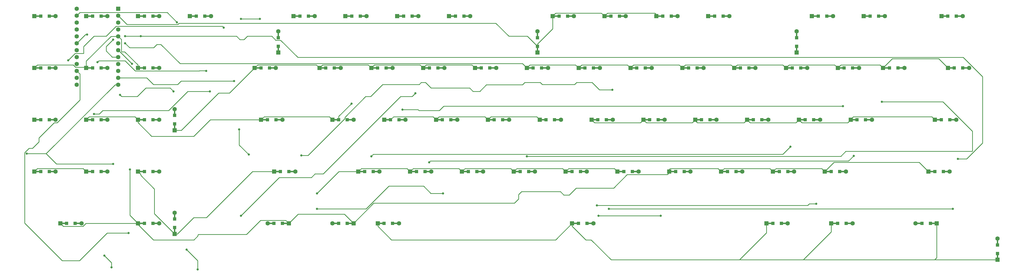
<source format=gtl>
G04 #@! TF.GenerationSoftware,KiCad,Pcbnew,5.99.0-unknown-4f191ce2c7~125~ubuntu18.04.1*
G04 #@! TF.CreationDate,2021-04-25T15:12:40-05:00*
G04 #@! TF.ProjectId,southpawpcb,736f7574-6870-4617-9770-63622e6b6963,rev?*
G04 #@! TF.SameCoordinates,Original*
G04 #@! TF.FileFunction,Copper,L1,Top*
G04 #@! TF.FilePolarity,Positive*
%FSLAX46Y46*%
G04 Gerber Fmt 4.6, Leading zero omitted, Abs format (unit mm)*
G04 Created by KiCad (PCBNEW 5.99.0-unknown-4f191ce2c7~125~ubuntu18.04.1) date 2021-04-25 15:12:40*
%MOMM*%
%LPD*%
G01*
G04 APERTURE LIST*
G04 #@! TA.AperFunction,ComponentPad*
%ADD10R,1.600000X1.600000*%
G04 #@! TD*
G04 #@! TA.AperFunction,SMDPad,CuDef*
%ADD11R,2.500000X0.500000*%
G04 #@! TD*
G04 #@! TA.AperFunction,SMDPad,CuDef*
%ADD12R,1.200000X1.200000*%
G04 #@! TD*
G04 #@! TA.AperFunction,ComponentPad*
%ADD13C,1.600000*%
G04 #@! TD*
G04 #@! TA.AperFunction,SMDPad,CuDef*
%ADD14R,0.500000X2.500000*%
G04 #@! TD*
G04 #@! TA.AperFunction,ViaPad*
%ADD15C,0.800000*%
G04 #@! TD*
G04 #@! TA.AperFunction,Conductor*
%ADD16C,0.250000*%
G04 #@! TD*
G04 APERTURE END LIST*
D10*
G04 #@! TO.P,D27,1*
G04 #@! TO.N,Net-(D19-Pad1)*
X181881000Y1675000D03*
D11*
X183081000Y1675000D03*
D12*
X184206000Y1675000D03*
D13*
G04 #@! TO.P,D27,2*
G04 #@! TO.N,Net-(D27-Pad2)*
X189681000Y1675000D03*
D11*
X188481000Y1675000D03*
D12*
X187356000Y1675000D03*
G04 #@! TD*
D11*
G04 #@! TO.P,D1,1*
G04 #@! TO.N,Net-(D1-Pad1)*
X21156200Y20725000D03*
D10*
X19956200Y20725000D03*
D12*
X22281200Y20725000D03*
G04 #@! TO.P,D1,2*
G04 #@! TO.N,Net-(D1-Pad2)*
X25431200Y20725000D03*
D11*
X26556200Y20725000D03*
D13*
X27756200Y20725000D03*
G04 #@! TD*
D11*
G04 #@! TO.P,D41,1*
G04 #@! TO.N,Net-(D37-Pad1)*
X130693000Y-17375000D03*
D10*
X129493000Y-17375000D03*
D12*
X131818000Y-17375000D03*
D11*
G04 #@! TO.P,D41,2*
G04 #@! TO.N,Net-(D41-Pad2)*
X136093000Y-17375000D03*
D13*
X137293000Y-17375000D03*
D12*
X134968000Y-17375000D03*
G04 #@! TD*
G04 #@! TO.P,D59,1*
G04 #@! TO.N,Net-(D55-Pad1)*
X160394000Y-36425000D03*
D11*
X159269000Y-36425000D03*
D10*
X158069000Y-36425000D03*
D12*
G04 #@! TO.P,D59,2*
G04 #@! TO.N,Net-(D59-Pad2)*
X163544000Y-36425000D03*
D13*
X165869000Y-36425000D03*
D11*
X164669000Y-36425000D03*
G04 #@! TD*
D12*
G04 #@! TO.P,D24,1*
G04 #@! TO.N,Net-(D19-Pad1)*
X127056000Y1675000D03*
D10*
X124731000Y1675000D03*
D11*
X125931000Y1675000D03*
G04 #@! TO.P,D24,2*
G04 #@! TO.N,Net-(D24-Pad2)*
X131331000Y1675000D03*
D13*
X132531000Y1675000D03*
D12*
X130206000Y1675000D03*
G04 #@! TD*
G04 #@! TO.P,D35,1*
G04 #@! TO.N,Net-(D28-Pad1)*
X334225000Y1675000D03*
D10*
X331900000Y1675000D03*
D11*
X333100000Y1675000D03*
D13*
G04 #@! TO.P,D35,2*
G04 #@! TO.N,Net-(D35-Pad2)*
X339700000Y1675000D03*
D12*
X337375000Y1675000D03*
D11*
X338500000Y1675000D03*
G04 #@! TD*
D10*
G04 #@! TO.P,D30,1*
G04 #@! TO.N,Net-(D28-Pad1)*
X239031000Y1675000D03*
D11*
X240231000Y1675000D03*
D12*
X241356000Y1675000D03*
D13*
G04 #@! TO.P,D30,2*
G04 #@! TO.N,Net-(D30-Pad2)*
X246831000Y1675000D03*
D12*
X244506000Y1675000D03*
D11*
X245631000Y1675000D03*
G04 #@! TD*
G04 #@! TO.P,D33,1*
G04 #@! TO.N,Net-(D28-Pad1)*
X297381000Y1675000D03*
D10*
X296181000Y1675000D03*
D12*
X298506000Y1675000D03*
D13*
G04 #@! TO.P,D33,2*
G04 #@! TO.N,Net-(D33-Pad2)*
X303981000Y1675000D03*
D12*
X301656000Y1675000D03*
D11*
X302781000Y1675000D03*
G04 #@! TD*
G04 #@! TO.P,D73,1*
G04 #@! TO.N,Net-(D73-Pad1)*
X147362000Y-55475000D03*
D12*
X148487000Y-55475000D03*
D10*
X146162000Y-55475000D03*
D12*
G04 #@! TO.P,D73,2*
G04 #@! TO.N,Net-(D73-Pad2)*
X151637000Y-55475000D03*
D11*
X152762000Y-55475000D03*
D13*
X153962000Y-55475000D03*
G04 #@! TD*
D10*
G04 #@! TO.P,D43,1*
G04 #@! TO.N,Net-(D37-Pad1)*
X167593000Y-17375000D03*
D11*
X168793000Y-17375000D03*
D12*
X169918000Y-17375000D03*
D11*
G04 #@! TO.P,D43,2*
G04 #@! TO.N,Net-(D43-Pad2)*
X174193000Y-17375000D03*
D13*
X175393000Y-17375000D03*
D12*
X173068000Y-17375000D03*
G04 #@! TD*
D10*
G04 #@! TO.P,D5,1*
G04 #@! TO.N,Net-(D1-Pad1)*
X109581000Y7300000D03*
D14*
X109581000Y8500000D03*
D12*
X109581000Y9625000D03*
D13*
G04 #@! TO.P,D5,2*
G04 #@! TO.N,Net-(D5-Pad2)*
X109581000Y15100000D03*
D12*
X109581000Y12775000D03*
D14*
X109581000Y13900000D03*
G04 #@! TD*
D12*
G04 #@! TO.P,D55,1*
G04 #@! TO.N,Net-(D55-Pad1)*
X60381200Y-36425000D03*
D10*
X58056200Y-36425000D03*
D11*
X59256200Y-36425000D03*
D13*
G04 #@! TO.P,D55,2*
G04 #@! TO.N,Net-(D55-Pad2)*
X65856200Y-36425000D03*
D11*
X64656200Y-36425000D03*
D12*
X63531200Y-36425000D03*
G04 #@! TD*
D10*
G04 #@! TO.P,D29,1*
G04 #@! TO.N,Net-(D28-Pad1)*
X219981000Y1675000D03*
D12*
X222306000Y1675000D03*
D11*
X221181000Y1675000D03*
D13*
G04 #@! TO.P,D29,2*
G04 #@! TO.N,Net-(D29-Pad2)*
X227781000Y1675000D03*
D11*
X226581000Y1675000D03*
D12*
X225456000Y1675000D03*
G04 #@! TD*
D10*
G04 #@! TO.P,D63,1*
G04 #@! TO.N,Net-(D55-Pad1)*
X234269000Y-36425000D03*
D12*
X236594000Y-36425000D03*
D11*
X235469000Y-36425000D03*
G04 #@! TO.P,D63,2*
G04 #@! TO.N,Net-(D63-Pad2)*
X240869000Y-36425000D03*
D13*
X242069000Y-36425000D03*
D12*
X239744000Y-36425000D03*
G04 #@! TD*
D10*
G04 #@! TO.P,D11,1*
G04 #@! TO.N,Net-(D10-Pad1)*
X210456000Y20725000D03*
D11*
X211656000Y20725000D03*
D12*
X212781000Y20725000D03*
D13*
G04 #@! TO.P,D11,2*
G04 #@! TO.N,Net-(D11-Pad2)*
X218256000Y20725000D03*
D12*
X215931000Y20725000D03*
D11*
X217056000Y20725000D03*
G04 #@! TD*
D10*
G04 #@! TO.P,D51,1*
G04 #@! TO.N,Net-(D46-Pad1)*
X319993000Y-17375000D03*
D11*
X321193000Y-17375000D03*
D12*
X322318000Y-17375000D03*
D13*
G04 #@! TO.P,D51,2*
G04 #@! TO.N,Net-(D51-Pad2)*
X327793000Y-17375000D03*
D12*
X325468000Y-17375000D03*
D11*
X326593000Y-17375000D03*
G04 #@! TD*
G04 #@! TO.P,D46,1*
G04 #@! TO.N,Net-(D46-Pad1)*
X225943000Y-17375000D03*
D10*
X224743000Y-17375000D03*
D12*
X227068000Y-17375000D03*
G04 #@! TO.P,D46,2*
G04 #@! TO.N,Net-(D46-Pad2)*
X230218000Y-17375000D03*
D11*
X231343000Y-17375000D03*
D13*
X232543000Y-17375000D03*
G04 #@! TD*
D10*
G04 #@! TO.P,D44,1*
G04 #@! TO.N,Net-(D37-Pad1)*
X186643000Y-17375000D03*
D12*
X188968000Y-17375000D03*
D11*
X187843000Y-17375000D03*
G04 #@! TO.P,D44,2*
G04 #@! TO.N,Net-(D44-Pad2)*
X193243000Y-17375000D03*
D13*
X194443000Y-17375000D03*
D12*
X192118000Y-17375000D03*
G04 #@! TD*
G04 #@! TO.P,D6,1*
G04 #@! TO.N,Net-(D1-Pad1)*
X117531000Y20725000D03*
D11*
X116406000Y20725000D03*
D10*
X115206000Y20725000D03*
D11*
G04 #@! TO.P,D6,2*
G04 #@! TO.N,Net-(D6-Pad2)*
X121806000Y20725000D03*
D12*
X120681000Y20725000D03*
D13*
X123006000Y20725000D03*
G04 #@! TD*
D11*
G04 #@! TO.P,D66,1*
G04 #@! TO.N,Net-(D64-Pad1)*
X292619000Y-36425000D03*
D10*
X291419000Y-36425000D03*
D12*
X293744000Y-36425000D03*
D11*
G04 #@! TO.P,D66,2*
G04 #@! TO.N,Net-(D66-Pad2)*
X298019000Y-36425000D03*
D13*
X299219000Y-36425000D03*
D12*
X296894000Y-36425000D03*
G04 #@! TD*
D10*
G04 #@! TO.P,D13,1*
G04 #@! TO.N,Net-(D10-Pad1)*
X248556000Y20725000D03*
D12*
X250881000Y20725000D03*
D11*
X249756000Y20725000D03*
D12*
G04 #@! TO.P,D13,2*
G04 #@! TO.N,Net-(D13-Pad2)*
X254031000Y20725000D03*
D13*
X256356000Y20725000D03*
D11*
X255156000Y20725000D03*
G04 #@! TD*
G04 #@! TO.P,D28,1*
G04 #@! TO.N,Net-(D28-Pad1)*
X202131000Y1675000D03*
D10*
X200931000Y1675000D03*
D12*
X203256000Y1675000D03*
D11*
G04 #@! TO.P,D28,2*
G04 #@! TO.N,Net-(D28-Pad2)*
X207531000Y1675000D03*
D13*
X208731000Y1675000D03*
D12*
X206406000Y1675000D03*
G04 #@! TD*
G04 #@! TO.P,D8,1*
G04 #@! TO.N,Net-(D1-Pad1)*
X155631000Y20725000D03*
D10*
X153306000Y20725000D03*
D11*
X154506000Y20725000D03*
G04 #@! TO.P,D8,2*
G04 #@! TO.N,Net-(D8-Pad2)*
X159906000Y20725000D03*
D12*
X158781000Y20725000D03*
D13*
X161106000Y20725000D03*
G04 #@! TD*
D12*
G04 #@! TO.P,D75,1*
G04 #@! TO.N,Net-(D73-Pad1)*
X291362000Y-55475000D03*
D11*
X290237000Y-55475000D03*
D10*
X289037000Y-55475000D03*
D13*
G04 #@! TO.P,D75,2*
G04 #@! TO.N,Net-(D75-Pad2)*
X296837000Y-55475000D03*
D11*
X295637000Y-55475000D03*
D12*
X294512000Y-55475000D03*
G04 #@! TD*
D10*
G04 #@! TO.P,D70,1*
G04 #@! TO.N,Net-(D64-Pad1)*
X58056200Y-55475000D03*
D12*
X60381200Y-55475000D03*
D11*
X59256200Y-55475000D03*
D12*
G04 #@! TO.P,D70,2*
G04 #@! TO.N,Net-(D70-Pad2)*
X63531200Y-55475000D03*
D13*
X65856200Y-55475000D03*
D11*
X64656200Y-55475000D03*
G04 #@! TD*
D10*
G04 #@! TO.P,D49,1*
G04 #@! TO.N,Net-(D46-Pad1)*
X281893000Y-17375000D03*
D12*
X284218000Y-17375000D03*
D11*
X283093000Y-17375000D03*
G04 #@! TO.P,D49,2*
G04 #@! TO.N,Net-(D49-Pad2)*
X288493000Y-17375000D03*
D13*
X289693000Y-17375000D03*
D12*
X287368000Y-17375000D03*
G04 #@! TD*
G04 #@! TO.P,D76,1*
G04 #@! TO.N,Net-(D73-Pad1)*
X315175000Y-55475000D03*
D11*
X314050000Y-55475000D03*
D10*
X312850000Y-55475000D03*
D11*
G04 #@! TO.P,D76,2*
G04 #@! TO.N,Net-(D76-Pad2)*
X319450000Y-55475000D03*
D12*
X318325000Y-55475000D03*
D13*
X320650000Y-55475000D03*
G04 #@! TD*
D11*
G04 #@! TO.P,D74,1*
G04 #@! TO.N,Net-(D73-Pad1)*
X218800000Y-55475000D03*
D12*
X219925000Y-55475000D03*
D10*
X217600000Y-55475000D03*
D11*
G04 #@! TO.P,D74,2*
G04 #@! TO.N,Net-(D74-Pad2)*
X224200000Y-55475000D03*
D13*
X225400000Y-55475000D03*
D12*
X223075000Y-55475000D03*
G04 #@! TD*
D11*
G04 #@! TO.P,D64,1*
G04 #@! TO.N,Net-(D64-Pad1)*
X254519000Y-36425000D03*
D10*
X253319000Y-36425000D03*
D12*
X255644000Y-36425000D03*
D11*
G04 #@! TO.P,D64,2*
G04 #@! TO.N,Net-(D64-Pad2)*
X259919000Y-36425000D03*
D13*
X261119000Y-36425000D03*
D12*
X258794000Y-36425000D03*
G04 #@! TD*
D11*
G04 #@! TO.P,D9,1*
G04 #@! TO.N,Net-(D1-Pad1)*
X173556000Y20725000D03*
D10*
X172356000Y20725000D03*
D12*
X174681000Y20725000D03*
D11*
G04 #@! TO.P,D9,2*
G04 #@! TO.N,Net-(D9-Pad2)*
X178956000Y20725000D03*
D13*
X180156000Y20725000D03*
D12*
X177831000Y20725000D03*
G04 #@! TD*
D10*
G04 #@! TO.P,D31,1*
G04 #@! TO.N,Net-(D28-Pad1)*
X258081000Y1675000D03*
D11*
X259281000Y1675000D03*
D12*
X260406000Y1675000D03*
D11*
G04 #@! TO.P,D31,2*
G04 #@! TO.N,Net-(D31-Pad2)*
X264681000Y1675000D03*
D12*
X263556000Y1675000D03*
D13*
X265881000Y1675000D03*
G04 #@! TD*
D12*
G04 #@! TO.P,D32,1*
G04 #@! TO.N,Net-(D28-Pad1)*
X279456000Y1675000D03*
D11*
X278331000Y1675000D03*
D10*
X277131000Y1675000D03*
D12*
G04 #@! TO.P,D32,2*
G04 #@! TO.N,Net-(D32-Pad2)*
X282606000Y1675000D03*
D11*
X283731000Y1675000D03*
D13*
X284931000Y1675000D03*
G04 #@! TD*
D12*
G04 #@! TO.P,D17,1*
G04 #@! TO.N,Net-(D10-Pad1)*
X327081000Y20725000D03*
D10*
X324756000Y20725000D03*
D11*
X325956000Y20725000D03*
D12*
G04 #@! TO.P,D17,2*
G04 #@! TO.N,Net-(D17-Pad2)*
X330231000Y20725000D03*
D13*
X332556000Y20725000D03*
D11*
X331356000Y20725000D03*
G04 #@! TD*
D12*
G04 #@! TO.P,D23,1*
G04 #@! TO.N,Net-(D19-Pad1)*
X103244000Y1675000D03*
D11*
X102119000Y1675000D03*
D10*
X100919000Y1675000D03*
D13*
G04 #@! TO.P,D23,2*
G04 #@! TO.N,Net-(D23-Pad2)*
X108719000Y1675000D03*
D12*
X106394000Y1675000D03*
D11*
X107519000Y1675000D03*
G04 #@! TD*
D10*
G04 #@! TO.P,D56,1*
G04 #@! TO.N,Net-(D55-Pad1)*
X71481200Y-59375000D03*
D14*
X71481200Y-58175000D03*
D12*
X71481200Y-57050000D03*
D13*
G04 #@! TO.P,D56,2*
G04 #@! TO.N,Net-(D56-Pad2)*
X71481200Y-51575000D03*
D12*
X71481200Y-53900000D03*
D14*
X71481200Y-52775000D03*
G04 #@! TD*
D11*
G04 #@! TO.P,D40,1*
G04 #@! TO.N,Net-(D37-Pad1)*
X104500000Y-17375000D03*
D10*
X103300000Y-17375000D03*
D12*
X105625000Y-17375000D03*
G04 #@! TO.P,D40,2*
G04 #@! TO.N,Net-(D40-Pad2)*
X108775000Y-17375000D03*
D13*
X111100000Y-17375000D03*
D11*
X109900000Y-17375000D03*
G04 #@! TD*
D10*
G04 #@! TO.P,D69,1*
G04 #@! TO.N,Net-(D64-Pad1)*
X29481200Y-55475000D03*
D12*
X31806200Y-55475000D03*
D11*
X30681200Y-55475000D03*
D13*
G04 #@! TO.P,D69,2*
G04 #@! TO.N,Net-(D69-Pad2)*
X37281200Y-55475000D03*
D11*
X36081200Y-55475000D03*
D12*
X34956200Y-55475000D03*
G04 #@! TD*
G04 #@! TO.P,D20,1*
G04 #@! TO.N,Net-(D19-Pad1)*
X41331200Y1675000D03*
D11*
X40206200Y1675000D03*
D10*
X39006200Y1675000D03*
D12*
G04 #@! TO.P,D20,2*
G04 #@! TO.N,Net-(D20-Pad2)*
X44481200Y1675000D03*
D13*
X46806200Y1675000D03*
D11*
X45606200Y1675000D03*
G04 #@! TD*
D12*
G04 #@! TO.P,D34,1*
G04 #@! TO.N,Net-(D28-Pad1)*
X317556000Y1675000D03*
D10*
X315231000Y1675000D03*
D11*
X316431000Y1675000D03*
D13*
G04 #@! TO.P,D34,2*
G04 #@! TO.N,Net-(D34-Pad2)*
X323031000Y1675000D03*
D11*
X321831000Y1675000D03*
D12*
X320706000Y1675000D03*
G04 #@! TD*
G04 #@! TO.P,D58,1*
G04 #@! TO.N,Net-(D55-Pad1)*
X141344000Y-36425000D03*
D11*
X140219000Y-36425000D03*
D10*
X139019000Y-36425000D03*
D11*
G04 #@! TO.P,D58,2*
G04 #@! TO.N,Net-(D58-Pad2)*
X145619000Y-36425000D03*
D12*
X144494000Y-36425000D03*
D13*
X146819000Y-36425000D03*
G04 #@! TD*
D12*
G04 #@! TO.P,D12,1*
G04 #@! TO.N,Net-(D10-Pad1)*
X231831000Y20725000D03*
D10*
X229506000Y20725000D03*
D11*
X230706000Y20725000D03*
D13*
G04 #@! TO.P,D12,2*
G04 #@! TO.N,Net-(D12-Pad2)*
X237306000Y20725000D03*
D12*
X234981000Y20725000D03*
D11*
X236106000Y20725000D03*
G04 #@! TD*
G04 #@! TO.P,D38,1*
G04 #@! TO.N,Net-(D37-Pad1)*
X40206200Y-17375000D03*
D12*
X41331200Y-17375000D03*
D10*
X39006200Y-17375000D03*
D12*
G04 #@! TO.P,D38,2*
G04 #@! TO.N,Net-(D38-Pad2)*
X44481200Y-17375000D03*
D11*
X45606200Y-17375000D03*
D13*
X46806200Y-17375000D03*
G04 #@! TD*
D12*
G04 #@! TO.P,D18,1*
G04 #@! TO.N,Net-(D10-Pad1)*
X355656000Y20725000D03*
D10*
X353331000Y20725000D03*
D11*
X354531000Y20725000D03*
D13*
G04 #@! TO.P,D18,2*
G04 #@! TO.N,Net-(D18-Pad2)*
X361131000Y20725000D03*
D11*
X359931000Y20725000D03*
D12*
X358806000Y20725000D03*
G04 #@! TD*
D10*
G04 #@! TO.P,D68,1*
G04 #@! TO.N,Net-(D64-Pad1)*
X348569000Y-36425000D03*
D12*
X350894000Y-36425000D03*
D11*
X349769000Y-36425000D03*
D13*
G04 #@! TO.P,D68,2*
G04 #@! TO.N,Net-(D68-Pad2)*
X356369000Y-36425000D03*
D12*
X354044000Y-36425000D03*
D11*
X355169000Y-36425000D03*
G04 #@! TD*
D12*
G04 #@! TO.P,D14,1*
G04 #@! TO.N,Net-(D10-Pad1)*
X269931000Y20725000D03*
D11*
X268806000Y20725000D03*
D10*
X267606000Y20725000D03*
D12*
G04 #@! TO.P,D14,2*
G04 #@! TO.N,Net-(D14-Pad2)*
X273081000Y20725000D03*
D13*
X275406000Y20725000D03*
D11*
X274206000Y20725000D03*
G04 #@! TD*
D10*
G04 #@! TO.P,D65,1*
G04 #@! TO.N,Net-(D64-Pad1)*
X272369000Y-36425000D03*
D11*
X273569000Y-36425000D03*
D12*
X274694000Y-36425000D03*
D13*
G04 #@! TO.P,D65,2*
G04 #@! TO.N,Net-(D65-Pad2)*
X280169000Y-36425000D03*
D12*
X277844000Y-36425000D03*
D11*
X278969000Y-36425000D03*
G04 #@! TD*
D12*
G04 #@! TO.P,D37,1*
G04 #@! TO.N,Net-(D37-Pad1)*
X22281200Y-17375000D03*
D10*
X19956200Y-17375000D03*
D11*
X21156200Y-17375000D03*
D13*
G04 #@! TO.P,D37,2*
G04 #@! TO.N,Net-(D37-Pad2)*
X27756200Y-17375000D03*
D12*
X25431200Y-17375000D03*
D11*
X26556200Y-17375000D03*
G04 #@! TD*
D12*
G04 #@! TO.P,D52,1*
G04 #@! TO.N,Net-(D46-Pad1)*
X353275000Y-17375000D03*
D10*
X350950000Y-17375000D03*
D11*
X352150000Y-17375000D03*
D13*
G04 #@! TO.P,D52,2*
G04 #@! TO.N,Net-(D52-Pad2)*
X358750000Y-17375000D03*
D11*
X357550000Y-17375000D03*
D12*
X356425000Y-17375000D03*
G04 #@! TD*
G04 #@! TO.P,D61,1*
G04 #@! TO.N,Net-(D55-Pad1)*
X198494000Y-36425000D03*
D10*
X196169000Y-36425000D03*
D11*
X197369000Y-36425000D03*
D12*
G04 #@! TO.P,D61,2*
G04 #@! TO.N,Net-(D61-Pad2)*
X201644000Y-36425000D03*
D13*
X203969000Y-36425000D03*
D11*
X202769000Y-36425000D03*
G04 #@! TD*
G04 #@! TO.P,D62,1*
G04 #@! TO.N,Net-(D55-Pad1)*
X216419000Y-36425000D03*
D12*
X217544000Y-36425000D03*
D10*
X215219000Y-36425000D03*
D11*
G04 #@! TO.P,D62,2*
G04 #@! TO.N,Net-(D62-Pad2)*
X221819000Y-36425000D03*
D12*
X220694000Y-36425000D03*
D13*
X223019000Y-36425000D03*
G04 #@! TD*
D11*
G04 #@! TO.P,D36,1*
G04 #@! TO.N,Net-(D28-Pad1)*
X356912000Y1675000D03*
D10*
X355712000Y1675000D03*
D12*
X358037000Y1675000D03*
D11*
G04 #@! TO.P,D36,2*
G04 #@! TO.N,Net-(D36-Pad2)*
X362312000Y1675000D03*
D12*
X361187000Y1675000D03*
D13*
X363512000Y1675000D03*
G04 #@! TD*
D12*
G04 #@! TO.P,D67,1*
G04 #@! TO.N,Net-(D64-Pad1)*
X312794000Y-36425000D03*
D10*
X310469000Y-36425000D03*
D11*
X311669000Y-36425000D03*
G04 #@! TO.P,D67,2*
G04 #@! TO.N,Net-(D67-Pad2)*
X317069000Y-36425000D03*
D12*
X315944000Y-36425000D03*
D13*
X318269000Y-36425000D03*
G04 #@! TD*
D14*
G04 #@! TO.P,D15,1*
G04 #@! TO.N,Net-(D10-Pad1)*
X300081000Y8500000D03*
D10*
X300081000Y7300000D03*
D12*
X300081000Y9625000D03*
G04 #@! TO.P,D15,2*
G04 #@! TO.N,Net-(D15-Pad2)*
X300081000Y12775000D03*
D14*
X300081000Y13900000D03*
D13*
X300081000Y15100000D03*
G04 #@! TD*
D10*
G04 #@! TO.P,D47,1*
G04 #@! TO.N,Net-(D46-Pad1)*
X243793000Y-17375000D03*
D12*
X246118000Y-17375000D03*
D11*
X244993000Y-17375000D03*
D12*
G04 #@! TO.P,D47,2*
G04 #@! TO.N,Net-(D47-Pad2)*
X249268000Y-17375000D03*
D11*
X250393000Y-17375000D03*
D13*
X251593000Y-17375000D03*
G04 #@! TD*
D10*
G04 #@! TO.P,D57,1*
G04 #@! TO.N,Net-(D55-Pad1)*
X108062000Y-36425000D03*
D12*
X110387000Y-36425000D03*
D11*
X109262000Y-36425000D03*
D13*
G04 #@! TO.P,D57,2*
G04 #@! TO.N,Net-(D57-Pad2)*
X115862000Y-36425000D03*
D11*
X114662000Y-36425000D03*
D12*
X113537000Y-36425000D03*
G04 #@! TD*
D11*
G04 #@! TO.P,D19,1*
G04 #@! TO.N,Net-(D19-Pad1)*
X21156200Y1675000D03*
D10*
X19956200Y1675000D03*
D12*
X22281200Y1675000D03*
G04 #@! TO.P,D19,2*
G04 #@! TO.N,Net-(D19-Pad2)*
X25431200Y1675000D03*
D13*
X27756200Y1675000D03*
D11*
X26556200Y1675000D03*
G04 #@! TD*
D10*
G04 #@! TO.P,D54,1*
G04 #@! TO.N,Net-(D46-Pad1)*
X39006200Y-36425000D03*
D12*
X41331200Y-36425000D03*
D11*
X40206200Y-36425000D03*
D13*
G04 #@! TO.P,D54,2*
G04 #@! TO.N,Net-(D54-Pad2)*
X46806200Y-36425000D03*
D11*
X45606200Y-36425000D03*
D12*
X44481200Y-36425000D03*
G04 #@! TD*
D14*
G04 #@! TO.P,D10,1*
G04 #@! TO.N,Net-(D10-Pad1)*
X204831000Y8500000D03*
D10*
X204831000Y7300000D03*
D12*
X204831000Y9625000D03*
G04 #@! TO.P,D10,2*
G04 #@! TO.N,Net-(D10-Pad2)*
X204831000Y12775000D03*
D14*
X204831000Y13900000D03*
D13*
X204831000Y15100000D03*
G04 #@! TD*
D10*
G04 #@! TO.P,D22,1*
G04 #@! TO.N,Net-(D19-Pad1)*
X71481200Y-21275000D03*
D14*
X71481200Y-20075000D03*
D12*
X71481200Y-18950000D03*
D14*
G04 #@! TO.P,D22,2*
G04 #@! TO.N,Net-(D22-Pad2)*
X71481200Y-14675000D03*
D13*
X71481200Y-13475000D03*
D12*
X71481200Y-15800000D03*
G04 #@! TD*
D11*
G04 #@! TO.P,D16,1*
G04 #@! TO.N,Net-(D10-Pad1)*
X306906000Y20725000D03*
D12*
X308031000Y20725000D03*
D10*
X305706000Y20725000D03*
D12*
G04 #@! TO.P,D16,2*
G04 #@! TO.N,Net-(D16-Pad2)*
X311181000Y20725000D03*
D13*
X313506000Y20725000D03*
D11*
X312306000Y20725000D03*
G04 #@! TD*
D12*
G04 #@! TO.P,D45,1*
G04 #@! TO.N,Net-(D37-Pad1)*
X208018000Y-17375000D03*
D10*
X205693000Y-17375000D03*
D11*
X206893000Y-17375000D03*
D12*
G04 #@! TO.P,D45,2*
G04 #@! TO.N,Net-(D45-Pad2)*
X211168000Y-17375000D03*
D13*
X213493000Y-17375000D03*
D11*
X212293000Y-17375000D03*
G04 #@! TD*
D10*
G04 #@! TO.P,D77,1*
G04 #@! TO.N,Net-(D73-Pad1)*
X351606000Y-55475000D03*
D12*
X349281000Y-55475000D03*
D11*
X350406000Y-55475000D03*
D13*
G04 #@! TO.P,D77,2*
G04 #@! TO.N,Net-(D77-Pad2)*
X343806000Y-55475000D03*
D12*
X346131000Y-55475000D03*
D11*
X345006000Y-55475000D03*
G04 #@! TD*
D14*
G04 #@! TO.P,D78,1*
G04 #@! TO.N,Net-(D73-Pad1)*
X373900000Y-67700000D03*
D10*
X373900000Y-68900000D03*
D12*
X373900000Y-66575000D03*
G04 #@! TO.P,D78,2*
G04 #@! TO.N,Net-(D78-Pad2)*
X373900000Y-63425000D03*
D13*
X373900000Y-61100000D03*
D14*
X373900000Y-62300000D03*
G04 #@! TD*
D10*
G04 #@! TO.P,D71,1*
G04 #@! TO.N,Net-(D64-Pad1)*
X113481000Y-55475000D03*
D11*
X112281000Y-55475000D03*
D12*
X111156000Y-55475000D03*
G04 #@! TO.P,D71,2*
G04 #@! TO.N,Net-(D71-Pad2)*
X108006000Y-55475000D03*
D13*
X105681000Y-55475000D03*
D11*
X106881000Y-55475000D03*
G04 #@! TD*
D12*
G04 #@! TO.P,D25,1*
G04 #@! TO.N,Net-(D19-Pad1)*
X146106000Y1675000D03*
D11*
X144981000Y1675000D03*
D10*
X143781000Y1675000D03*
D12*
G04 #@! TO.P,D25,2*
G04 #@! TO.N,Net-(D25-Pad2)*
X149256000Y1675000D03*
D13*
X151581000Y1675000D03*
D11*
X150381000Y1675000D03*
G04 #@! TD*
D10*
G04 #@! TO.P,D3,1*
G04 #@! TO.N,Net-(D1-Pad1)*
X58056200Y20725000D03*
D11*
X59256200Y20725000D03*
D12*
X60381200Y20725000D03*
D13*
G04 #@! TO.P,D3,2*
G04 #@! TO.N,Net-(D3-Pad2)*
X65856200Y20725000D03*
D12*
X63531200Y20725000D03*
D11*
X64656200Y20725000D03*
G04 #@! TD*
G04 #@! TO.P,D4,1*
G04 #@! TO.N,Net-(D1-Pad1)*
X78306200Y20725000D03*
D12*
X79431200Y20725000D03*
D10*
X77106200Y20725000D03*
D13*
G04 #@! TO.P,D4,2*
G04 #@! TO.N,Net-(D4-Pad2)*
X84906200Y20725000D03*
D12*
X82581200Y20725000D03*
D11*
X83706200Y20725000D03*
G04 #@! TD*
D10*
G04 #@! TO.P,D42,1*
G04 #@! TO.N,Net-(D37-Pad1)*
X148543000Y-17375000D03*
D12*
X150868000Y-17375000D03*
D11*
X149743000Y-17375000D03*
G04 #@! TO.P,D42,2*
G04 #@! TO.N,Net-(D42-Pad2)*
X155143000Y-17375000D03*
D13*
X156343000Y-17375000D03*
D12*
X154018000Y-17375000D03*
G04 #@! TD*
D11*
G04 #@! TO.P,D60,1*
G04 #@! TO.N,Net-(D55-Pad1)*
X178319000Y-36425000D03*
D10*
X177119000Y-36425000D03*
D12*
X179444000Y-36425000D03*
D11*
G04 #@! TO.P,D60,2*
G04 #@! TO.N,Net-(D60-Pad2)*
X183719000Y-36425000D03*
D12*
X182594000Y-36425000D03*
D13*
X184919000Y-36425000D03*
G04 #@! TD*
D11*
G04 #@! TO.P,D26,1*
G04 #@! TO.N,Net-(D19-Pad1)*
X164031000Y1675000D03*
D12*
X165156000Y1675000D03*
D10*
X162831000Y1675000D03*
D11*
G04 #@! TO.P,D26,2*
G04 #@! TO.N,Net-(D26-Pad2)*
X169431000Y1675000D03*
D12*
X168306000Y1675000D03*
D13*
X170631000Y1675000D03*
G04 #@! TD*
D10*
G04 #@! TO.P,D53,1*
G04 #@! TO.N,Net-(D46-Pad1)*
X19956200Y-36425000D03*
D11*
X21156200Y-36425000D03*
D12*
X22281200Y-36425000D03*
G04 #@! TO.P,D53,2*
G04 #@! TO.N,Net-(D53-Pad2)*
X25431200Y-36425000D03*
D13*
X27756200Y-36425000D03*
D11*
X26556200Y-36425000D03*
G04 #@! TD*
G04 #@! TO.P,D21,1*
G04 #@! TO.N,Net-(D19-Pad1)*
X59256200Y1675000D03*
D10*
X58056200Y1675000D03*
D12*
X60381200Y1675000D03*
D13*
G04 #@! TO.P,D21,2*
G04 #@! TO.N,Net-(D21-Pad2)*
X65856200Y1675000D03*
D12*
X63531200Y1675000D03*
D11*
X64656200Y1675000D03*
G04 #@! TD*
G04 #@! TO.P,D50,1*
G04 #@! TO.N,Net-(D46-Pad1)*
X302143000Y-17375000D03*
D12*
X303268000Y-17375000D03*
D10*
X300943000Y-17375000D03*
D12*
G04 #@! TO.P,D50,2*
G04 #@! TO.N,Net-(D50-Pad2)*
X306418000Y-17375000D03*
D13*
X308743000Y-17375000D03*
D11*
X307543000Y-17375000D03*
G04 #@! TD*
G04 #@! TO.P,D2,1*
G04 #@! TO.N,Net-(D1-Pad1)*
X40206200Y20725000D03*
D10*
X39006200Y20725000D03*
D12*
X41331200Y20725000D03*
G04 #@! TO.P,D2,2*
G04 #@! TO.N,Net-(D2-Pad2)*
X44481200Y20725000D03*
D11*
X45606200Y20725000D03*
D13*
X46806200Y20725000D03*
G04 #@! TD*
D11*
G04 #@! TO.P,D39,1*
G04 #@! TO.N,Net-(D37-Pad1)*
X59256200Y-17375000D03*
D12*
X60381200Y-17375000D03*
D10*
X58056200Y-17375000D03*
D12*
G04 #@! TO.P,D39,2*
G04 #@! TO.N,Net-(D39-Pad2)*
X63531200Y-17375000D03*
D13*
X65856200Y-17375000D03*
D11*
X64656200Y-17375000D03*
G04 #@! TD*
D10*
G04 #@! TO.P,D72,1*
G04 #@! TO.N,Net-(D64-Pad1)*
X137293000Y-55475000D03*
D11*
X136093000Y-55475000D03*
D12*
X134968000Y-55475000D03*
G04 #@! TO.P,D72,2*
G04 #@! TO.N,Net-(D72-Pad2)*
X131818000Y-55475000D03*
D13*
X129493000Y-55475000D03*
D11*
X130693000Y-55475000D03*
G04 #@! TD*
D12*
G04 #@! TO.P,D48,1*
G04 #@! TO.N,Net-(D46-Pad1)*
X265168000Y-17375000D03*
D10*
X262843000Y-17375000D03*
D11*
X264043000Y-17375000D03*
D13*
G04 #@! TO.P,D48,2*
G04 #@! TO.N,Net-(D48-Pad2)*
X270643000Y-17375000D03*
D11*
X269443000Y-17375000D03*
D12*
X268318000Y-17375000D03*
G04 #@! TD*
D10*
G04 #@! TO.P,D7,1*
G04 #@! TO.N,Net-(D1-Pad1)*
X134256000Y20725000D03*
D11*
X135456000Y20725000D03*
D12*
X136581000Y20725000D03*
D11*
G04 #@! TO.P,D7,2*
G04 #@! TO.N,Net-(D7-Pad2)*
X140856000Y20725000D03*
D13*
X142056000Y20725000D03*
D12*
X139731000Y20725000D03*
G04 #@! TD*
D10*
G04 #@! TO.P,U1,1*
G04 #@! TO.N,Net-(D1-Pad1)*
X50800000Y23457600D03*
D13*
G04 #@! TO.P,U1,2*
G04 #@! TO.N,Net-(D10-Pad1)*
X50800000Y20917600D03*
G04 #@! TO.P,U1,3*
G04 #@! TO.N,N/C*
X50800000Y18377600D03*
G04 #@! TO.P,U1,4*
X50800000Y15837600D03*
G04 #@! TO.P,U1,5*
G04 #@! TO.N,Net-(D19-Pad1)*
X50800000Y13297600D03*
G04 #@! TO.P,U1,6*
G04 #@! TO.N,Net-(D28-Pad1)*
X50800000Y10757600D03*
G04 #@! TO.P,U1,7*
G04 #@! TO.N,Net-(D37-Pad1)*
X50800000Y8217600D03*
G04 #@! TO.P,U1,8*
G04 #@! TO.N,Net-(D46-Pad1)*
X50800000Y5677600D03*
G04 #@! TO.P,U1,9*
G04 #@! TO.N,Net-(D55-Pad1)*
X50800000Y3137600D03*
G04 #@! TO.P,U1,10*
G04 #@! TO.N,Net-(D64-Pad1)*
X50800000Y597600D03*
G04 #@! TO.P,U1,11*
G04 #@! TO.N,Net-(D73-Pad1)*
X50800000Y-1942400D03*
G04 #@! TO.P,U1,12*
G04 #@! TO.N,Net-(K1-Pad1)*
X50800000Y-4482400D03*
G04 #@! TO.P,U1,13*
G04 #@! TO.N,Net-(K18-Pad1)*
X35560000Y-4482400D03*
G04 #@! TO.P,U1,14*
G04 #@! TO.N,Net-(K17-Pad1)*
X35560000Y-1942400D03*
G04 #@! TO.P,U1,15*
G04 #@! TO.N,Net-(K16-Pad1)*
X35560000Y597600D03*
G04 #@! TO.P,U1,16*
G04 #@! TO.N,Net-(K15-Pad1)*
X35560000Y3137600D03*
G04 #@! TO.P,U1,17*
G04 #@! TO.N,Net-(K14-Pad1)*
X35560000Y5677600D03*
G04 #@! TO.P,U1,18*
G04 #@! TO.N,Net-(K13-Pad1)*
X35560000Y8217600D03*
G04 #@! TO.P,U1,19*
G04 #@! TO.N,Net-(K12-Pad1)*
X35560000Y10757600D03*
G04 #@! TO.P,U1,20*
G04 #@! TO.N,Net-(K11-Pad1)*
X35560000Y13297600D03*
G04 #@! TO.P,U1,21*
G04 #@! TO.N,N/C*
X35560000Y15837600D03*
G04 #@! TO.P,U1,22*
G04 #@! TO.N,Net-(SW1-Pad2)*
X35560000Y18377600D03*
G04 #@! TO.P,U1,23*
G04 #@! TO.N,Net-(SW1-Pad1)*
X35560000Y20917600D03*
G04 #@! TO.P,U1,24*
G04 #@! TO.N,N/C*
X35560000Y23457600D03*
G04 #@! TD*
D15*
G04 #@! TO.N,Net-(K15-Pad1)*
X170180000Y-44450000D03*
X123825000Y-50165000D03*
G04 #@! TO.N,Net-(K16-Pad1)*
X32385000Y4445000D03*
X89535000Y16510000D03*
X95885000Y19685000D03*
X102870000Y19685000D03*
G04 #@! TO.N,Net-(D46-Pad1)*
X59055000Y13335000D03*
X71120000Y-6985000D03*
X51435000Y-8255000D03*
G04 #@! TO.N,Net-(D37-Pad1)*
X136525000Y-11430000D03*
G04 #@! TO.N,Net-(D64-Pad1)*
X55126040Y-35678960D03*
G04 #@! TO.N,Net-(D46-Pad1)*
X359410000Y-31750000D03*
X53340000Y13335000D03*
X48895000Y12065000D03*
G04 #@! TO.N,Net-(D37-Pad1)*
X55880000Y3175000D03*
G04 #@! TO.N,Net-(K13-Pad1)*
X83125111Y575111D03*
X43180000Y3810000D03*
G04 #@! TO.N,Net-(D28-Pad1)*
X53302600Y10757600D03*
G04 #@! TO.N,Net-(K14-Pad1)*
X41910000Y-15240000D03*
X84455000Y-6985000D03*
G04 #@! TO.N,Net-(D73-Pad1)*
X95250000Y-20955000D03*
X93345000Y-3175000D03*
X98742500Y-30162500D03*
G04 #@! TO.N,Net-(K1-Pad1)*
X48895000Y-33655000D03*
G04 #@! TO.N,Net-(K16-Pad1)*
X54610000Y-59055000D03*
G04 #@! TO.N,Net-(K1-Pad1)*
X17145000Y-29845000D03*
G04 #@! TO.N,Net-(SW1-Pad1)*
X72390000Y18415000D03*
G04 #@! TO.N,Net-(K12-Pad1)*
X232410000Y-6350000D03*
X118110000Y-30480000D03*
G04 #@! TO.N,Net-(K13-Pad1)*
X307284000Y-48316000D03*
X226695000Y-48895000D03*
G04 #@! TO.N,Net-(K14-Pad1)*
X297815000Y-27305000D03*
X143799500Y-30825500D03*
G04 #@! TO.N,Net-(K16-Pad1)*
X155229000Y-13681000D03*
X317142992Y-12422008D03*
G04 #@! TO.N,Net-(K17-Pad1)*
X331470000Y-10795000D03*
X200949500Y-30825500D03*
G04 #@! TO.N,Net-(K15-Pad1)*
X321111491Y-30678509D03*
X165072000Y-33048000D03*
G04 #@! TO.N,Net-(K1-Pad1)*
X250190000Y-52705000D03*
X227330000Y-52705000D03*
G04 #@! TO.N,Net-(D55-Pad1)*
X123825000Y-44450000D03*
G04 #@! TO.N,Net-(K18-Pad1)*
X45720000Y-67310000D03*
X48349511Y-71665489D03*
G04 #@! TO.N,Net-(K11-Pad1)*
X75923100Y-65128100D03*
X80010000Y-72390000D03*
G04 #@! TO.N,Net-(K18-Pad1)*
X231140000Y-50165000D03*
X357505000Y-50165000D03*
G04 #@! TO.N,Net-(K17-Pad1)*
X95885000Y-52705000D03*
X160020000Y-7620000D03*
G04 #@! TO.N,Net-(K12-Pad1)*
X39370000Y13970000D03*
G04 #@! TD*
D16*
G04 #@! TO.N,Net-(K15-Pad1)*
X123825000Y-50165000D02*
X141839989Y-50165000D01*
X163018972Y-41784989D02*
X165683983Y-44450000D01*
X150220000Y-41784989D02*
X163018972Y-41784989D01*
X165683983Y-44450000D02*
X170180000Y-44450000D01*
X141839989Y-50165000D02*
X150220000Y-41784989D01*
G04 #@! TO.N,Net-(K16-Pad1)*
X34925000Y6985000D02*
X32385000Y4445000D01*
X38100000Y6985000D02*
X34925000Y6985000D01*
X38100000Y9529789D02*
X38100000Y6985000D01*
X89535000Y16510000D02*
X89082889Y16962111D01*
X89082889Y16962111D02*
X49982111Y16962111D01*
X41889122Y13318911D02*
X38100000Y9529789D01*
X49982111Y16962111D02*
X46338911Y13318911D01*
X46338911Y13318911D02*
X41889122Y13318911D01*
X102870000Y19685000D02*
X95885000Y19685000D01*
G04 #@! TO.N,Net-(D46-Pad1)*
X59055000Y13335000D02*
X94245983Y13335000D01*
X52030011Y-8850011D02*
X57820200Y-8850011D01*
X51435000Y-8255000D02*
X52030011Y-8850011D01*
X69866089Y-5731089D02*
X71120000Y-6985000D01*
X60939122Y-5731089D02*
X69866089Y-5731089D01*
X57820200Y-8850011D02*
X60939122Y-5731089D01*
X19956200Y-36425000D02*
X21080711Y-35300489D01*
X21080711Y-35300489D02*
X37881689Y-35300489D01*
X37881689Y-35300489D02*
X39006200Y-36425000D01*
G04 #@! TO.N,Net-(D37-Pad1)*
X131818000Y-16137000D02*
X136525000Y-11430000D01*
X131818000Y-17375000D02*
X131818000Y-16137000D01*
X186643000Y-17375000D02*
X187767511Y-16250489D01*
X187767511Y-16250489D02*
X204568489Y-16250489D01*
X204568489Y-16250489D02*
X205693000Y-17375000D01*
X167593000Y-17375000D02*
X168717511Y-16250489D01*
X168717511Y-16250489D02*
X185518489Y-16250489D01*
X185518489Y-16250489D02*
X186643000Y-17375000D01*
X150868000Y-17375000D02*
X151992511Y-16250489D01*
X166468489Y-16250489D02*
X167593000Y-17375000D01*
X151992511Y-16250489D02*
X166468489Y-16250489D01*
X103300000Y-17375000D02*
X104424511Y-16250489D01*
X104424511Y-16250489D02*
X128368489Y-16250489D01*
X128368489Y-16250489D02*
X129493000Y-17375000D01*
G04 #@! TO.N,Net-(D64-Pad1)*
X55126040Y-35678960D02*
X55126040Y-52544840D01*
X55126040Y-52544840D02*
X58056200Y-55475000D01*
G04 #@! TO.N,Net-(D46-Pad1)*
X53340000Y13335000D02*
X59055000Y13335000D01*
X368437011Y-1585734D02*
X368437011Y-25898706D01*
X97026006Y12114989D02*
X98246017Y13335000D01*
X98246017Y13335000D02*
X107236880Y13335000D01*
X107236880Y13335000D02*
X108721391Y11850489D01*
X362585717Y-31750000D02*
X359410000Y-31750000D01*
X95465994Y12114989D02*
X97026006Y12114989D01*
X116777667Y5513431D02*
X361337846Y5513431D01*
X368437011Y-25898706D02*
X362585717Y-31750000D01*
X94245983Y13335000D02*
X95465994Y12114989D01*
X110440609Y11850489D02*
X116777667Y5513431D01*
X108721391Y11850489D02*
X110440609Y11850489D01*
X361337846Y5513431D02*
X368437011Y-1585734D01*
X46355000Y9525000D02*
X48895000Y12065000D01*
X48563583Y5677600D02*
X46355000Y7886183D01*
X50800000Y5677600D02*
X48563583Y5677600D01*
X46355000Y7886183D02*
X46355000Y9525000D01*
G04 #@! TO.N,Net-(D37-Pad1)*
X55880000Y3175000D02*
X55879282Y3175000D01*
X55879282Y3175000D02*
X51474991Y7579291D01*
X51474991Y7579291D02*
X51438309Y7579291D01*
X51438309Y7579291D02*
X50800000Y8217600D01*
G04 #@! TO.N,Net-(D19-Pad1)*
X53161200Y7620000D02*
X52070000Y7620000D01*
X51924511Y7765489D02*
X51924511Y12173089D01*
X58056200Y2725000D02*
X53161200Y7620000D01*
X58056200Y1675000D02*
X58056200Y2725000D01*
X52070000Y7620000D02*
X51924511Y7765489D01*
X51924511Y12173089D02*
X50800000Y13297600D01*
G04 #@! TO.N,Net-(K13-Pad1)*
X80645000Y635000D02*
X83065222Y635000D01*
X83065222Y635000D02*
X83125111Y575111D01*
X43632111Y4262111D02*
X53284969Y4262111D01*
X43180000Y3810000D02*
X43632111Y4262111D01*
X80560489Y550489D02*
X80645000Y635000D01*
X56996591Y550489D02*
X80560489Y550489D01*
X53284969Y4262111D02*
X56996591Y550489D01*
G04 #@! TO.N,Net-(D10-Pad1)*
X204831000Y9625000D02*
X201137089Y13318911D01*
X201137089Y13318911D02*
X194322106Y13318911D01*
X194322106Y13318911D02*
X189573783Y18067234D01*
X189573783Y18067234D02*
X73114511Y18067234D01*
X73114511Y18067234D02*
X72737766Y17690489D01*
X72737766Y17690489D02*
X54027111Y17690489D01*
X54027111Y17690489D02*
X50800000Y20917600D01*
G04 #@! TO.N,Net-(D28-Pad1)*
X53302600Y10757600D02*
X54979111Y9081089D01*
X54979111Y9081089D02*
X63782272Y9081089D01*
X63782272Y9081089D02*
X64986194Y10285011D01*
X64986194Y10285011D02*
X66471172Y10285011D01*
X66471172Y10285011D02*
X73507152Y3249031D01*
X73507152Y3249031D02*
X199356969Y3249031D01*
X199356969Y3249031D02*
X200931000Y1675000D01*
G04 #@! TO.N,Net-(K14-Pad1)*
X43815000Y-15240000D02*
X41910000Y-15240000D01*
X45085000Y-13970000D02*
X43815000Y-15240000D01*
X76306923Y-6985000D02*
X69321923Y-13970000D01*
X69321923Y-13970000D02*
X45085000Y-13970000D01*
X84455000Y-6985000D02*
X76306923Y-6985000D01*
G04 #@! TO.N,Net-(D73-Pad1)*
X61263583Y-1942400D02*
X63716194Y-4395011D01*
X73842663Y-3175000D02*
X93345000Y-3175000D01*
X50800000Y-1942400D02*
X61263583Y-1942400D01*
X72622652Y-4395011D02*
X73842663Y-3175000D01*
X63716194Y-4395011D02*
X72622652Y-4395011D01*
X95250000Y-26670000D02*
X95250000Y-20955000D01*
X98742500Y-30162500D02*
X95250000Y-26670000D01*
G04 #@! TO.N,Net-(K1-Pad1)*
X48895000Y-33655000D02*
X28116030Y-33655000D01*
X28116030Y-33655000D02*
X24306030Y-29845000D01*
G04 #@! TO.N,Net-(K16-Pad1)*
X36559737Y-69215000D02*
X46719737Y-59055000D01*
X46719737Y-59055000D02*
X54610000Y-59055000D01*
X30202663Y-69215000D02*
X36559737Y-69215000D01*
X21671211Y-24048789D02*
X21671211Y-25485006D01*
X28295966Y-18499511D02*
X27220489Y-18499511D01*
X36684511Y-10110966D02*
X28295966Y-18499511D01*
X35560000Y597600D02*
X36684511Y-526911D01*
X27220489Y-18499511D02*
X21671211Y-24048789D01*
X16420489Y-29497234D02*
X16420489Y-55432826D01*
X19256206Y-27900011D02*
X18017712Y-27900011D01*
X16420489Y-55432826D02*
X30202663Y-69215000D01*
X18017712Y-27900011D02*
X16420489Y-29497234D01*
X36684511Y-526911D02*
X36684511Y-10110966D01*
X21671211Y-25485006D02*
X19256206Y-27900011D01*
G04 #@! TO.N,Net-(K1-Pad1)*
X49668630Y-4482400D02*
X24306030Y-29845000D01*
X50800000Y-4482400D02*
X49668630Y-4482400D01*
X24306030Y-29845000D02*
X17145000Y-29845000D01*
G04 #@! TO.N,Net-(D19-Pad1)*
X21080711Y2799511D02*
X34233812Y2799511D01*
X19956200Y1675000D02*
X21080711Y2799511D01*
X34233812Y2799511D02*
X35128323Y1905000D01*
X35128323Y1905000D02*
X38776200Y1905000D01*
X50800000Y13297600D02*
X48139789Y13297600D01*
X48139789Y13297600D02*
X39006200Y4164011D01*
X39006200Y4164011D02*
X39006200Y1675000D01*
G04 #@! TO.N,Net-(SW1-Pad1)*
X36684511Y22042111D02*
X68762889Y22042111D01*
X35560000Y20917600D02*
X36684511Y22042111D01*
X68762889Y22042111D02*
X72390000Y18415000D01*
G04 #@! TO.N,Net-(K12-Pad1)*
X120497120Y-30480000D02*
X134043489Y-16933631D01*
X224930972Y-3684989D02*
X227595983Y-6350000D01*
X134043489Y-16933631D02*
X134043489Y-16515391D01*
X218530983Y-4445000D02*
X219290994Y-3684989D01*
X219290994Y-3684989D02*
X224930972Y-3684989D01*
X200240994Y-3684989D02*
X205880972Y-3684989D01*
X183662089Y-6935011D02*
X186067106Y-4529994D01*
X141708869Y-8850011D02*
X143545000Y-8850011D01*
X205880972Y-3684989D02*
X206640983Y-4445000D01*
X143545000Y-8850011D02*
X148000000Y-4395011D01*
X199395989Y-4529994D02*
X200240994Y-3684989D01*
X227595983Y-6350000D02*
X232410000Y-6350000D01*
X163701006Y-3684989D02*
X165731017Y-5715000D01*
X165731017Y-5715000D02*
X179970983Y-5715000D01*
X162140994Y-3684989D02*
X163701006Y-3684989D01*
X181190994Y-6935011D02*
X183662089Y-6935011D01*
X179970983Y-5715000D02*
X181190994Y-6935011D01*
X118110000Y-30480000D02*
X120497120Y-30480000D01*
X134043489Y-16515391D02*
X141708869Y-8850011D01*
X148000000Y-4395011D02*
X161430972Y-4395011D01*
X186067106Y-4529994D02*
X199395989Y-4529994D01*
X206640983Y-4445000D02*
X218530983Y-4445000D01*
X161430972Y-4395011D02*
X162140994Y-3684989D01*
G04 #@! TO.N,Net-(K13-Pad1)*
X226695000Y-48895000D02*
X304165000Y-48895000D01*
X307284000Y-48316000D02*
X304744000Y-48316000D01*
X304744000Y-48316000D02*
X304165000Y-48895000D01*
G04 #@! TO.N,Net-(K14-Pad1)*
X295019011Y-30100989D02*
X297815000Y-27305000D01*
X144524011Y-30100989D02*
X143799500Y-30825500D01*
X295019011Y-30100989D02*
X144524011Y-30100989D01*
G04 #@! TO.N,Net-(K16-Pad1)*
X161001000Y-13681000D02*
X161290000Y-13970000D01*
X155229000Y-13681000D02*
X161001000Y-13681000D01*
X170361872Y-12422008D02*
X168813880Y-13970000D01*
X168813880Y-13970000D02*
X161290000Y-13970000D01*
X317142992Y-12422008D02*
X170361872Y-12422008D01*
G04 #@! TO.N,Net-(K17-Pad1)*
X318174106Y-29018911D02*
X364681089Y-29018911D01*
X316367517Y-30825500D02*
X318174106Y-29018911D01*
X353834277Y-10795000D02*
X331470000Y-10795000D01*
X200949500Y-30825500D02*
X316367517Y-30825500D01*
X364681089Y-21641812D02*
X353834277Y-10795000D01*
X364681089Y-29018911D02*
X364681089Y-21641812D01*
G04 #@! TO.N,Net-(K15-Pad1)*
X165072000Y-33048000D02*
X165533431Y-32586569D01*
X165533431Y-32586569D02*
X319203431Y-32586569D01*
X319203431Y-32586569D02*
X321111491Y-30678509D01*
G04 #@! TO.N,Net-(K1-Pad1)*
X227330000Y-52705000D02*
X250190000Y-52705000D01*
G04 #@! TO.N,Net-(D10-Pad1)*
X204831000Y7300000D02*
X204831000Y10430017D01*
X204831000Y10430017D02*
X210456000Y16055017D01*
X210456000Y16055017D02*
X210456000Y20725000D01*
X230630511Y21849511D02*
X248025489Y21849511D01*
X229506000Y20725000D02*
X230630511Y21849511D01*
X248025489Y21849511D02*
X248556000Y21319000D01*
X211580511Y21849511D02*
X228340489Y21849511D01*
X210456000Y20725000D02*
X211580511Y21849511D01*
X228340489Y21849511D02*
X229465000Y20725000D01*
G04 #@! TO.N,Net-(D64-Pad1)*
X137293000Y-55475000D02*
X144699089Y-48068911D01*
X197950089Y-44932922D02*
X199051922Y-43831089D01*
X144699089Y-48068911D02*
X196406089Y-48068911D01*
X216584989Y-45035011D02*
X219124989Y-42495011D01*
X219124989Y-42495011D02*
X232868972Y-42495011D01*
X214528994Y-45035011D02*
X216584989Y-45035011D01*
X237814472Y-37549511D02*
X252645489Y-37549511D01*
X196406089Y-48068911D02*
X197950089Y-46524911D01*
X252645489Y-37549511D02*
X253319000Y-36876000D01*
X197950089Y-46524911D02*
X197950089Y-44932922D01*
X232868972Y-42495011D02*
X237814472Y-37549511D01*
X213325072Y-43831089D02*
X214528994Y-45035011D01*
X199051922Y-43831089D02*
X213325072Y-43831089D01*
G04 #@! TO.N,Net-(D55-Pad1)*
X64075111Y-51968911D02*
X64075111Y-42853928D01*
X71481200Y-59375000D02*
X64075111Y-51968911D01*
X64075111Y-42853928D02*
X59055000Y-37833817D01*
X59055000Y-37833817D02*
X59055000Y-37423800D01*
X59055000Y-37423800D02*
X58056200Y-36425000D01*
G04 #@! TO.N,Net-(K18-Pad1)*
X48349511Y-69939511D02*
X45720000Y-67310000D01*
X48349511Y-71665489D02*
X48349511Y-69939511D01*
G04 #@! TO.N,Net-(K11-Pad1)*
X75923100Y-65128100D02*
X80010000Y-69215000D01*
X80010000Y-69215000D02*
X80010000Y-72390000D01*
G04 #@! TO.N,Net-(K18-Pad1)*
X357505000Y-50165000D02*
X231140000Y-50165000D01*
G04 #@! TO.N,Net-(D55-Pad1)*
X131850000Y-36425000D02*
X139019000Y-36425000D01*
X131850000Y-36425000D02*
X123825000Y-44450000D01*
X158069000Y-36425000D02*
X156944489Y-35300489D01*
X140143511Y-35300489D02*
X139019000Y-36425000D01*
X156944489Y-35300489D02*
X140143511Y-35300489D01*
X177119000Y-36425000D02*
X175994489Y-35300489D01*
X175994489Y-35300489D02*
X159193511Y-35300489D01*
X159193511Y-35300489D02*
X158069000Y-36425000D01*
X196169000Y-36425000D02*
X195044489Y-35300489D01*
X178243511Y-35300489D02*
X177119000Y-36425000D01*
X195044489Y-35300489D02*
X178243511Y-35300489D01*
X215219000Y-36425000D02*
X214094489Y-35300489D01*
X214094489Y-35300489D02*
X197293511Y-35300489D01*
X197293511Y-35300489D02*
X196169000Y-36425000D01*
X215219000Y-36425000D02*
X216343511Y-35300489D01*
X216343511Y-35300489D02*
X233144489Y-35300489D01*
X233144489Y-35300489D02*
X234269000Y-36425000D01*
G04 #@! TO.N,Net-(D46-Pad1)*
X243793000Y-17375000D02*
X242668489Y-18499511D01*
X242668489Y-18499511D02*
X225867511Y-18499511D01*
X225867511Y-18499511D02*
X224743000Y-17375000D01*
X262843000Y-17375000D02*
X261718489Y-18499511D01*
X261718489Y-18499511D02*
X244917511Y-18499511D01*
X244917511Y-18499511D02*
X243793000Y-17375000D01*
X281893000Y-17375000D02*
X280768489Y-18499511D01*
X280768489Y-18499511D02*
X263609511Y-18499511D01*
X263609511Y-18499511D02*
X262843000Y-17733000D01*
G04 #@! TO.N,Net-(D64-Pad1)*
X271244489Y-35300489D02*
X253624511Y-35300489D01*
X272369000Y-36425000D02*
X271244489Y-35300489D01*
X253624511Y-35300489D02*
X253319000Y-35606000D01*
X253319000Y-35606000D02*
X253319000Y-36425000D01*
X291419000Y-36425000D02*
X290294489Y-35300489D01*
X290294489Y-35300489D02*
X273493511Y-35300489D01*
X273493511Y-35300489D02*
X272369000Y-36425000D01*
X310469000Y-36425000D02*
X309344489Y-35300489D01*
X309344489Y-35300489D02*
X292543511Y-35300489D01*
X292543511Y-35300489D02*
X291419000Y-36425000D01*
X348569000Y-36425000D02*
X345180089Y-33036089D01*
X345180089Y-33036089D02*
X313857911Y-33036089D01*
X313857911Y-33036089D02*
X310469000Y-36425000D01*
G04 #@! TO.N,Net-(D46-Pad1)*
X300943000Y-17375000D02*
X299818489Y-18499511D01*
X299818489Y-18499511D02*
X283017511Y-18499511D01*
X283017511Y-18499511D02*
X281893000Y-17375000D01*
X319993000Y-17375000D02*
X318868489Y-18499511D01*
X318868489Y-18499511D02*
X302067511Y-18499511D01*
X302067511Y-18499511D02*
X300943000Y-17375000D01*
X349825489Y-16250489D02*
X320934511Y-16250489D01*
X350950000Y-17375000D02*
X349825489Y-16250489D01*
X320934511Y-16250489D02*
X319993000Y-17192000D01*
G04 #@! TO.N,Net-(D28-Pad1)*
X331900000Y1675000D02*
X335288911Y5063911D01*
X335288911Y5063911D02*
X352323089Y5063911D01*
X352323089Y5063911D02*
X355712000Y1675000D01*
X315231000Y1675000D02*
X316355511Y2799511D01*
X316355511Y2799511D02*
X330775489Y2799511D01*
X330775489Y2799511D02*
X331900000Y1675000D01*
X296181000Y1675000D02*
X297305511Y2799511D01*
X297305511Y2799511D02*
X314106489Y2799511D01*
X314106489Y2799511D02*
X315231000Y1675000D01*
X278255511Y2799511D02*
X295015489Y2799511D01*
X277131000Y1675000D02*
X278255511Y2799511D01*
X295015489Y2799511D02*
X296140000Y1675000D01*
X258081000Y1675000D02*
X259205511Y2799511D01*
X259205511Y2799511D02*
X276006489Y2799511D01*
X276006489Y2799511D02*
X277131000Y1675000D01*
X239031000Y1675000D02*
X240155511Y2799511D01*
X240155511Y2799511D02*
X256956489Y2799511D01*
X256956489Y2799511D02*
X258081000Y1675000D01*
X219981000Y1675000D02*
X221105511Y2799511D01*
X221105511Y2799511D02*
X237906489Y2799511D01*
X237906489Y2799511D02*
X239031000Y1675000D01*
X200931000Y1675000D02*
X202055511Y2799511D01*
X202055511Y2799511D02*
X218856489Y2799511D01*
X218856489Y2799511D02*
X219981000Y1675000D01*
G04 #@! TO.N,Net-(D19-Pad1)*
X162831000Y1675000D02*
X163955511Y2799511D01*
X163955511Y2799511D02*
X180756489Y2799511D01*
X180756489Y2799511D02*
X181881000Y1675000D01*
X143781000Y1675000D02*
X144905511Y2799511D01*
X144905511Y2799511D02*
X161706489Y2799511D01*
X161706489Y2799511D02*
X162831000Y1675000D01*
X124731000Y1675000D02*
X125855511Y2799511D01*
X125855511Y2799511D02*
X142656489Y2799511D01*
X142656489Y2799511D02*
X143781000Y1675000D01*
X100919000Y1675000D02*
X102043511Y2799511D01*
X102043511Y2799511D02*
X123606489Y2799511D01*
X123606489Y2799511D02*
X124731000Y1675000D01*
X71481200Y-21275000D02*
X73970211Y-21275000D01*
X73970211Y-21275000D02*
X87689300Y-7555911D01*
X87689300Y-7555911D02*
X91688089Y-7555911D01*
X91688089Y-7555911D02*
X100919000Y1675000D01*
G04 #@! TO.N,Net-(D37-Pad1)*
X58056200Y-17375000D02*
X56931689Y-16250489D01*
X56931689Y-16250489D02*
X40130711Y-16250489D01*
X40130711Y-16250489D02*
X39006200Y-17375000D01*
X84606183Y-17375000D02*
X78536172Y-23445011D01*
X103300000Y-17375000D02*
X84606183Y-17375000D01*
X78536172Y-23445011D02*
X63076211Y-23445011D01*
X63076211Y-23445011D02*
X58056200Y-18425000D01*
X58056200Y-18425000D02*
X58056200Y-17375000D01*
G04 #@! TO.N,Net-(D64-Pad1)*
X113481000Y-55475000D02*
X112356489Y-54350489D01*
X103129511Y-54350489D02*
X97925011Y-59554989D01*
X63716194Y-61545011D02*
X58056200Y-55885017D01*
X112356489Y-54350489D02*
X103129511Y-54350489D01*
X97925011Y-59554989D02*
X80226222Y-59554989D01*
X80091211Y-59690000D02*
X80091211Y-60065006D01*
X80226222Y-59554989D02*
X80091211Y-59690000D01*
X80091211Y-60065006D02*
X78611206Y-61545011D01*
X78611206Y-61545011D02*
X63716194Y-61545011D01*
X113481000Y-55475000D02*
X116869911Y-52086089D01*
X116869911Y-52086089D02*
X133904089Y-52086089D01*
X133904089Y-52086089D02*
X137293000Y-55475000D01*
X58056200Y-55475000D02*
X38945477Y-55475000D01*
X37820966Y-56599511D02*
X30605711Y-56599511D01*
X38945477Y-55475000D02*
X37820966Y-56599511D01*
X30605711Y-56599511D02*
X29481200Y-55475000D01*
G04 #@! TO.N,Net-(D55-Pad1)*
X100123463Y-36425000D02*
X83192374Y-53356089D01*
X108062000Y-36425000D02*
X100123463Y-36425000D01*
X83192374Y-53356089D02*
X78550111Y-53356089D01*
X78550111Y-53356089D02*
X72531200Y-59375000D01*
X72531200Y-59375000D02*
X71481200Y-59375000D01*
G04 #@! TO.N,Net-(K17-Pad1)*
X154578978Y-8850011D02*
X126113000Y-37315989D01*
X126113000Y-37315989D02*
X123108474Y-37315989D01*
X160020000Y-7620000D02*
X158789989Y-8850011D01*
X121781089Y-38643374D02*
X109946626Y-38643374D01*
X109946626Y-38643374D02*
X95885000Y-52705000D01*
X123108474Y-37315989D02*
X121781089Y-38643374D01*
X158789989Y-8850011D02*
X154578978Y-8850011D01*
G04 #@! TO.N,Net-(D73-Pad1)*
X146162000Y-55475000D02*
X146162000Y-56525000D01*
X146162000Y-56525000D02*
X151182011Y-61545011D01*
X151182011Y-61545011D02*
X211529989Y-61545011D01*
X211529989Y-61545011D02*
X217600000Y-55475000D01*
X279085000Y-68900000D02*
X373900000Y-68900000D01*
X351606000Y-55475000D02*
X351606000Y-68129000D01*
X351606000Y-68129000D02*
X350835000Y-68900000D01*
X312850000Y-55475000D02*
X312850000Y-58625000D01*
X312850000Y-58625000D02*
X302575000Y-68900000D01*
X279085000Y-68900000D02*
X231960017Y-68900000D01*
X289037000Y-55475000D02*
X289037000Y-58948000D01*
X289037000Y-58948000D02*
X279085000Y-68900000D01*
X231960017Y-68900000D02*
X224605028Y-61545011D01*
X224605028Y-61545011D02*
X222620011Y-61545011D01*
X222620011Y-61545011D02*
X217600000Y-56525000D01*
X217600000Y-56525000D02*
X217600000Y-55475000D01*
G04 #@! TO.N,Net-(K12-Pad1)*
X39370000Y13970000D02*
X38772400Y13970000D01*
X38772400Y13970000D02*
X35560000Y10757600D01*
G04 #@! TD*
M02*

</source>
